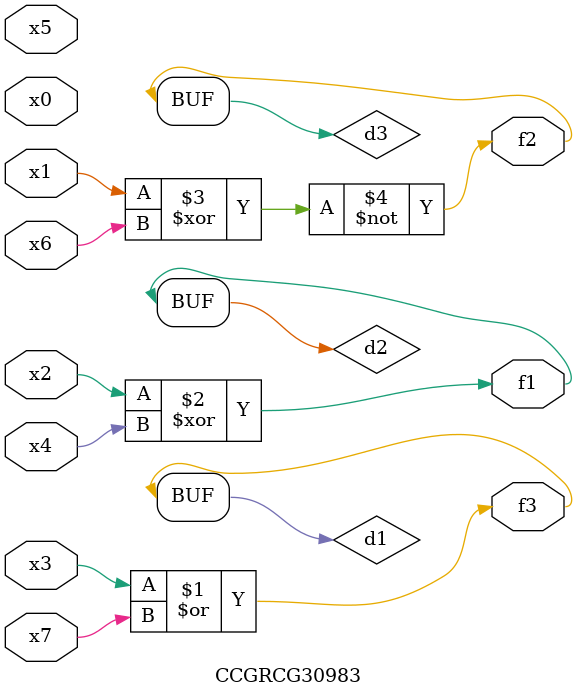
<source format=v>
module CCGRCG30983(
	input x0, x1, x2, x3, x4, x5, x6, x7,
	output f1, f2, f3
);

	wire d1, d2, d3;

	or (d1, x3, x7);
	xor (d2, x2, x4);
	xnor (d3, x1, x6);
	assign f1 = d2;
	assign f2 = d3;
	assign f3 = d1;
endmodule

</source>
